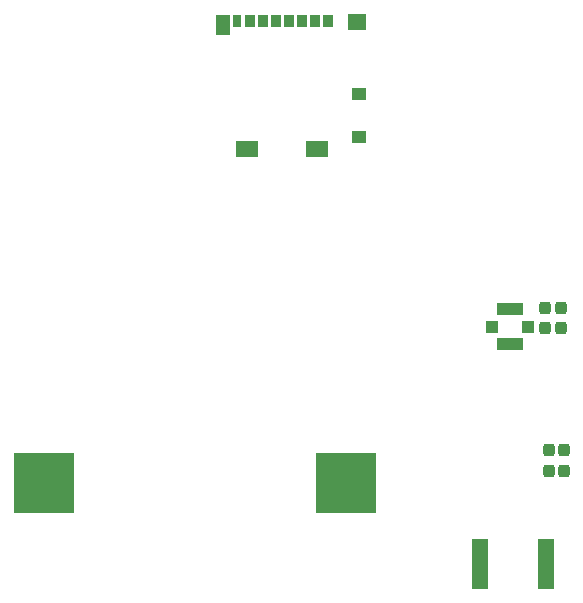
<source format=gbp>
%TF.GenerationSoftware,KiCad,Pcbnew,(6.0.1)*%
%TF.CreationDate,2022-04-28T18:35:21+02:00*%
%TF.ProjectId,STM32_NRF24_Tx,53544d33-325f-44e5-9246-32345f54782e,rev?*%
%TF.SameCoordinates,Original*%
%TF.FileFunction,Paste,Bot*%
%TF.FilePolarity,Positive*%
%FSLAX46Y46*%
G04 Gerber Fmt 4.6, Leading zero omitted, Abs format (unit mm)*
G04 Created by KiCad (PCBNEW (6.0.1)) date 2022-04-28 18:35:21*
%MOMM*%
%LPD*%
G01*
G04 APERTURE LIST*
G04 Aperture macros list*
%AMRoundRect*
0 Rectangle with rounded corners*
0 $1 Rounding radius*
0 $2 $3 $4 $5 $6 $7 $8 $9 X,Y pos of 4 corners*
0 Add a 4 corners polygon primitive as box body*
4,1,4,$2,$3,$4,$5,$6,$7,$8,$9,$2,$3,0*
0 Add four circle primitives for the rounded corners*
1,1,$1+$1,$2,$3*
1,1,$1+$1,$4,$5*
1,1,$1+$1,$6,$7*
1,1,$1+$1,$8,$9*
0 Add four rect primitives between the rounded corners*
20,1,$1+$1,$2,$3,$4,$5,0*
20,1,$1+$1,$4,$5,$6,$7,0*
20,1,$1+$1,$6,$7,$8,$9,0*
20,1,$1+$1,$8,$9,$2,$3,0*%
G04 Aperture macros list end*
%ADD10R,1.350000X4.200000*%
%ADD11R,0.850000X1.100000*%
%ADD12R,0.750000X1.100000*%
%ADD13R,1.200000X1.000000*%
%ADD14R,1.170000X1.800000*%
%ADD15R,1.900000X1.350000*%
%ADD16R,1.550000X1.350000*%
%ADD17R,5.100000X5.100000*%
%ADD18R,1.000000X1.000000*%
%ADD19R,2.200000X1.050000*%
%ADD20RoundRect,0.237500X0.237500X-0.300000X0.237500X0.300000X-0.237500X0.300000X-0.237500X-0.300000X0*%
G04 APERTURE END LIST*
D10*
%TO.C,J7*%
X156179000Y-105537000D03*
X161829000Y-105537000D03*
%TD*%
D11*
%TO.C,J2*%
X143313000Y-59574000D03*
X142213000Y-59574000D03*
X141113000Y-59574000D03*
X140013000Y-59574000D03*
X138913000Y-59574000D03*
X137813000Y-59574000D03*
X136713000Y-59574000D03*
D12*
X135663000Y-59574000D03*
D13*
X145948000Y-65724000D03*
X145948000Y-69424000D03*
D14*
X134453000Y-59924000D03*
D15*
X142448000Y-70399000D03*
X136478000Y-70399000D03*
D16*
X145773000Y-59699000D03*
%TD*%
D17*
%TO.C,BT1*%
X119294000Y-98679000D03*
X144894000Y-98679000D03*
%TD*%
D18*
%TO.C,J3*%
X160250000Y-85471000D03*
D19*
X158750000Y-83996000D03*
D18*
X157250000Y-85471000D03*
D19*
X158750000Y-86946000D03*
%TD*%
D20*
%TO.C,C28*%
X163322000Y-97636500D03*
X163322000Y-95911500D03*
%TD*%
%TO.C,C32*%
X162015200Y-97661900D03*
X162015200Y-95936900D03*
%TD*%
%TO.C,C2*%
X161671001Y-85598000D03*
X161671001Y-83873000D03*
%TD*%
%TO.C,C1*%
X163068000Y-85598000D03*
X163068000Y-83873000D03*
%TD*%
M02*

</source>
